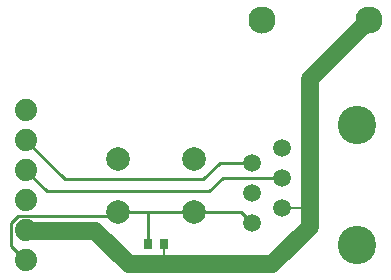
<source format=gtl>
G04*
G04 #@! TF.GenerationSoftware,Altium Limited,CircuitStudio,1.5.2 (30)*
G04*
G04 Layer_Physical_Order=1*
G04 Layer_Color=11767835*
%FSLAX25Y25*%
%MOIN*%
G70*
G01*
G75*
%ADD10R,0.02756X0.03543*%
%ADD11C,0.05906*%
%ADD12C,0.00591*%
%ADD13C,0.01000*%
%ADD14C,0.09055*%
%ADD15C,0.07874*%
%ADD16C,0.12795*%
%ADD17C,0.05906*%
%ADD18C,0.07400*%
D10*
X455315Y405512D02*
D03*
X450197D02*
D03*
D11*
X503937Y411417D02*
Y460630D01*
X443701Y398819D02*
X491339D01*
X503937Y411417D01*
X432520Y410000D02*
X443701Y398819D01*
X503937Y460630D02*
X523622Y480315D01*
X409449Y410000D02*
X432520D01*
D12*
X494685Y417697D02*
X503917D01*
X455315Y399016D02*
Y405512D01*
D13*
X404331Y412598D02*
X406693Y414961D01*
X404331Y405118D02*
Y412598D01*
Y405118D02*
X409449Y400000D01*
X406693Y414961D02*
X438583D01*
X439961Y416339D01*
X465551D01*
X450197Y405512D02*
Y415748D01*
X465551Y416339D02*
X481043D01*
X484685Y412697D01*
X409449Y430000D02*
X416221Y423228D01*
X470472D01*
X474941Y427697D01*
X494685D01*
X474035Y432697D02*
X484685D01*
X468504Y427165D02*
X474035Y432697D01*
X422284Y427165D02*
X468504D01*
X409449Y440000D02*
X422284Y427165D01*
D14*
X523622Y480315D02*
D03*
X488189D02*
D03*
D15*
X439961Y434055D02*
D03*
X465551D02*
D03*
Y416339D02*
D03*
X439961D02*
D03*
D16*
X519685Y445197D02*
D03*
Y405197D02*
D03*
D17*
X494685Y437697D02*
D03*
X484685Y432697D02*
D03*
X494685Y427697D02*
D03*
X484685Y422697D02*
D03*
X494685Y417697D02*
D03*
X484685Y412697D02*
D03*
D18*
X409449Y400197D02*
D03*
Y410197D02*
D03*
Y420197D02*
D03*
Y430197D02*
D03*
Y440197D02*
D03*
Y450197D02*
D03*
M02*

</source>
